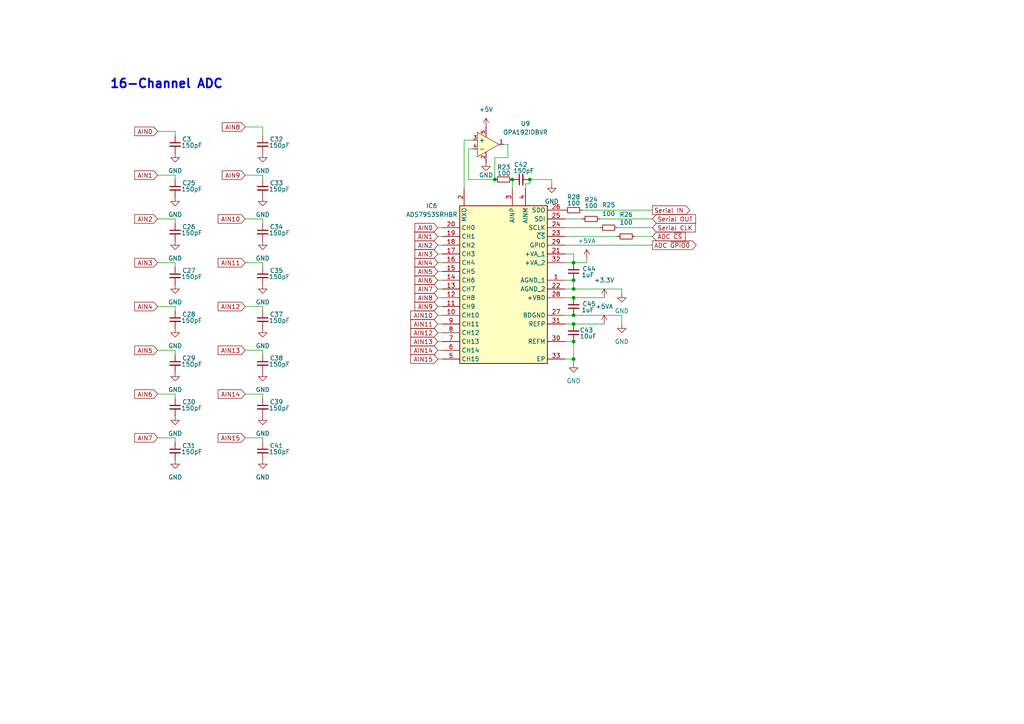
<source format=kicad_sch>
(kicad_sch (version 20250114) (generator "eeschema") (generator_version "9.0")
  (paper "A4")
  (lib_symbols
    (symbol "Device:C_Small" (pin_numbers (hide yes)) (pin_names (offset 0.254) (hide yes))
      (property "Reference" "C" (at 0.254 1.778 0))
      (property "Value" "C_Small" (at 0.254 -2.032 0))
      (symbol "C_Small_0_1"
        (polyline (pts (xy -1.524 0.508) (xy 1.524 0.508)) (stroke (width 0.3048)))
        (polyline (pts (xy -1.524 -0.508) (xy 1.524 -0.508)) (stroke (width 0.3302)))
      )
      (symbol "C_Small_1_1"
        (pin passive line (at 0 2.54 270) (length 2.032) (name "~") (number "1"))
        (pin passive line (at 0 -2.54 90) (length 2.032) (name "~") (number "2"))
      )
    )
    (symbol "Device:R_Small" (pin_numbers (hide yes)) (pin_names (offset 0.254) (hide yes))
      (property "Reference" "R" (at 0.762 0.508 0))
      (property "Value" "R_Small" (at 0.762 -1.016 0))
      (symbol "R_Small_0_1"
        (rectangle (start -0.762 1.778) (end 0.762 -1.778) (stroke (width 0.2032)))
      )
      (symbol "R_Small_1_1"
        (pin passive line (at 0 2.54 270) (length 0.762) (name "~") (number "1"))
        (pin passive line (at 0 -2.54 90) (length 0.762) (name "~") (number "2"))
      )
    )
    (symbol "SDM_ADC:ADS7953SRHBR"
      (property "Reference" "IC" (at 31.75 17.78 0))
      (property "Value" "ADS7953SRHBR" (at 31.75 15.24 0))
      (symbol "ADS7953SRHBR_1_1"
        (rectangle (start 5.08 12.7) (end 30.48 -33.02) (stroke (width 0.254)) (fill (type background)))
        (pin passive line (at 0 6.35 0) (length 5.08) (name "CH0") (number "20"))
        (pin passive line (at 0 3.81 0) (length 5.08) (name "CH1") (number "19"))
        (pin passive line (at 0 1.27 0) (length 5.08) (name "CH2") (number "18"))
        (pin passive line (at 0 -1.27 0) (length 5.08) (name "CH3") (number "17"))
        (pin passive line (at 0 -3.81 0) (length 5.08) (name "CH4") (number "16"))
        (pin passive line (at 0 -6.35 0) (length 5.08) (name "CH5") (number "15"))
        (pin passive line (at 0 -8.89 0) (length 5.08) (name "CH6") (number "14"))
        (pin passive line (at 0 -11.43 0) (length 5.08) (name "CH7") (number "13"))
        (pin passive line (at 0 -13.97 0) (length 5.08) (name "CH8") (number "12"))
        (pin passive line (at 0 -16.51 0) (length 5.08) (name "CH9") (number "11"))
        (pin passive line (at 0 -19.05 0) (length 5.08) (name "CH10") (number "10"))
        (pin passive line (at 0 -21.59 0) (length 5.08) (name "CH11") (number "9"))
        (pin passive line (at 0 -24.13 0) (length 5.08) (name "CH12") (number "8"))
        (pin passive line (at 0 -26.67 0) (length 5.08) (name "CH13") (number "7"))
        (pin passive line (at 0 -29.21 0) (length 5.08) (name "CH14") (number "6"))
        (pin passive line (at 0 -31.75 0) (length 5.08) (name "CH15") (number "5"))
        (pin passive line (at 6.35 17.78 270) (length 5.08) (name "MXO") (number "2"))
        (pin passive line (at 20.32 17.78 270) (length 5.08) (name "AINP") (number "3"))
        (pin passive line (at 24.13 17.78 270) (length 5.08) (name "AINM") (number "4"))
        (pin passive line (at 35.56 11.43 180) (length 5.08) (name "SDO") (number "26"))
        (pin passive line (at 35.56 8.89 180) (length 5.08) (name "SDI") (number "25"))
        (pin passive line (at 35.56 6.35 180) (length 5.08) (name "SCLK") (number "24"))
        (pin passive line (at 35.56 3.81 180) (length 5.08) (name "~{CS}") (number "23"))
        (pin passive line (at 35.56 1.27 180) (length 5.08) (name "GPIO") (number "29"))
        (pin passive line (at 35.56 -1.27 180) (length 5.08) (name "+VA_1") (number "21"))
        (pin passive line (at 35.56 -3.81 180) (length 5.08) (name "+VA_2") (number "32"))
        (pin passive line (at 35.56 -8.89 180) (length 5.08) (name "AGND_1") (number "1"))
        (pin passive line (at 35.56 -11.43 180) (length 5.08) (name "AGND_2") (number "22"))
        (pin passive line (at 35.56 -13.97 180) (length 5.08) (name "+VBD") (number "28"))
        (pin passive line (at 35.56 -19.05 180) (length 5.08) (name "BDGND") (number "27"))
        (pin passive line (at 35.56 -21.59 180) (length 5.08) (name "REFP") (number "31"))
        (pin passive line (at 35.56 -26.67 180) (length 5.08) (name "REFM") (number "30"))
        (pin passive line (at 35.56 -31.75 180) (length 5.08) (name "EP") (number "33"))
      )
    )
    (symbol "SDM_ADC:OPA192IDBVR"
      (property "Reference" "U" (at 21.59 7.62 0))
      (property "Value" "OPA192IDBVR" (at 21.59 5.08 0))
      (symbol "OPA192IDBVR_1_1"
        (polyline (pts (xy 6.35 -1.27) (xy 0 2.286) (xy 0 -4.826) (xy 6.35 -1.27)) (fill (type background)))
        (pin input line (at -1.27 0 0) (length 1.27) (name "+") (number "3"))
        (pin input line (at -1.27 -2.54 0) (length 1.27) (name "-") (number "4"))
        (pin power_in line (at 2.54 3.81 270) (length 2.921) (name "") (number "5"))
        (pin power_in line (at 2.54 -6.35 90) (length 2.921) (name "") (number "2"))
        (pin output line (at 7.62 -1.27 180) (length 1.27) (name "") (number "1"))
      )
    )
    (symbol "power:+5V" (power) (pin_numbers (hide yes)) (pin_names (offset 0) (hide yes))
      (property "Value" "+5V" (at 0 3.556 0))
      (symbol "+5V_0_1"
        (polyline (pts (xy -0.762 1.27) (xy 0 2.54)))
        (polyline (pts (xy 0 2.54) (xy 0.762 1.27)))
        (polyline (pts (xy 0 0) (xy 0 2.54)))
      )
      (symbol "+5V_1_1"
        (pin power_in line (at 0 0 90) (length 0) (name "~") (number "1"))
      )
    )
    (symbol "power:+5VA" (power) (pin_numbers (hide yes)) (pin_names (offset 0) (hide yes))
      (property "Value" "+5VA" (at 0 3.556 0))
      (symbol "+5VA_0_1"
        (polyline (pts (xy -0.762 1.27) (xy 0 2.54)))
        (polyline (pts (xy 0 2.54) (xy 0.762 1.27)))
        (polyline (pts (xy 0 0) (xy 0 2.54)))
      )
      (symbol "+5VA_1_1"
        (pin power_in line (at 0 0 90) (length 0) (name "~") (number "1"))
      )
    )
    (symbol "power:GND" (power) (pin_numbers (hide yes)) (pin_names (offset 0) (hide yes))
      (property "Value" "GND" (at 0 -3.81 0))
      (symbol "GND_0_1"
        (polyline (pts (xy 0 0) (xy 0 -1.27) (xy 1.27 -1.27) (xy 0 -2.54) (xy -1.27 -1.27) (xy 0 -1.27)))
      )
      (symbol "GND_1_1"
        (pin power_in line (at 0 0 270) (length 0) (name "~") (number "1"))
      )
    )
  )
  (text "16-Channel ADC" (at 31.75 25.908 0) (effects (font (size 2.54 2.54) (thickness 0.512) (bold yes)) (justify left bottom)))
  (junction (at 143.51 52.07))
  (junction (at 166.37 81.28))
  (junction (at 166.37 83.82))
  (junction (at 148.59 52.07))
  (junction (at 166.37 99.06))
  (junction (at 166.37 93.98))
  (junction (at 166.37 104.14))
  (junction (at 166.37 91.44))
  (junction (at 166.37 76.2))
  (junction (at 153.67 52.07))
  (junction (at 166.37 86.36))
  (wire (pts (xy 76.2 88.9) (xy 71.12 88.9)))
  (wire (pts (xy 135.89 43.18) (xy 135.89 52.07)))
  (wire (pts (xy 127 81.28) (xy 128.27 81.28)))
  (wire (pts (xy 50.8 38.1) (xy 50.8 39.37)))
  (wire (pts (xy 163.83 99.06) (xy 166.37 99.06)))
  (wire (pts (xy 127 91.44) (xy 128.27 91.44)))
  (wire (pts (xy 160.02 53.34) (xy 160.02 52.07)))
  (wire (pts (xy 76.2 36.83) (xy 76.2 39.37)))
  (wire (pts (xy 135.89 52.07) (xy 143.51 52.07)))
  (wire (pts (xy 168.91 60.96) (xy 189.23 60.96)))
  (wire (pts (xy 76.2 114.3) (xy 71.12 114.3)))
  (wire (pts (xy 137.16 43.18) (xy 135.89 43.18)))
  (wire (pts (xy 163.83 91.44) (xy 166.37 91.44)))
  (wire (pts (xy 50.8 50.8) (xy 45.72 50.8)))
  (wire (pts (xy 153.67 53.34) (xy 153.67 52.07)))
  (wire (pts (xy 50.8 63.5) (xy 50.8 64.77)))
  (wire (pts (xy 153.67 52.07) (xy 160.02 52.07)))
  (wire (pts (xy 184.15 68.58) (xy 189.23 68.58)))
  (wire (pts (xy 166.37 73.66) (xy 166.37 76.2)))
  (wire (pts (xy 127 104.14) (xy 128.27 104.14)))
  (wire (pts (xy 127 99.06) (xy 128.27 99.06)))
  (wire (pts (xy 166.37 105.41) (xy 166.37 104.14)))
  (wire (pts (xy 76.2 63.5) (xy 71.12 63.5)))
  (wire (pts (xy 76.2 127) (xy 76.2 128.27)))
  (wire (pts (xy 76.2 114.3) (xy 76.2 115.57)))
  (wire (pts (xy 166.37 81.28) (xy 163.83 81.28)))
  (wire (pts (xy 180.34 93.98) (xy 180.34 91.44)))
  (wire (pts (xy 127 83.82) (xy 128.27 83.82)))
  (wire (pts (xy 76.2 76.2) (xy 71.12 76.2)))
  (wire (pts (xy 76.2 127) (xy 71.12 127)))
  (wire (pts (xy 166.37 83.82) (xy 163.83 83.82)))
  (wire (pts (xy 127 73.66) (xy 128.27 73.66)))
  (wire (pts (xy 166.37 93.98) (xy 163.83 93.98)))
  (wire (pts (xy 76.2 101.6) (xy 76.2 102.87)))
  (wire (pts (xy 166.37 73.66) (xy 163.83 73.66)))
  (wire (pts (xy 143.51 45.72) (xy 147.32 45.72)))
  (wire (pts (xy 76.2 50.8) (xy 71.12 50.8)))
  (wire (pts (xy 134.62 54.61) (xy 134.62 40.64)))
  (wire (pts (xy 76.2 88.9) (xy 76.2 90.17)))
  (wire (pts (xy 50.8 38.1) (xy 45.72 38.1)))
  (wire (pts (xy 163.83 63.5) (xy 168.91 63.5)))
  (wire (pts (xy 147.32 45.72) (xy 147.32 41.91)))
  (wire (pts (xy 50.8 101.6) (xy 50.8 102.87)))
  (wire (pts (xy 166.37 86.36) (xy 175.26 86.36)))
  (wire (pts (xy 50.8 101.6) (xy 45.72 101.6)))
  (wire (pts (xy 127 96.52) (xy 128.27 96.52)))
  (wire (pts (xy 152.4 53.34) (xy 153.67 53.34)))
  (wire (pts (xy 166.37 83.82) (xy 180.34 83.82)))
  (wire (pts (xy 134.62 40.64) (xy 137.16 40.64)))
  (wire (pts (xy 127 101.6) (xy 128.27 101.6)))
  (wire (pts (xy 50.8 76.2) (xy 45.72 76.2)))
  (wire (pts (xy 166.37 99.06) (xy 166.37 104.14)))
  (wire (pts (xy 76.2 36.83) (xy 71.12 36.83)))
  (wire (pts (xy 50.8 63.5) (xy 45.72 63.5)))
  (wire (pts (xy 50.8 50.8) (xy 50.8 52.07)))
  (wire (pts (xy 50.8 127) (xy 45.72 127)))
  (wire (pts (xy 50.8 114.3) (xy 45.72 114.3)))
  (wire (pts (xy 76.2 63.5) (xy 76.2 64.77)))
  (wire (pts (xy 163.83 104.14) (xy 166.37 104.14)))
  (wire (pts (xy 127 93.98) (xy 128.27 93.98)))
  (wire (pts (xy 166.37 76.2) (xy 163.83 76.2)))
  (wire (pts (xy 166.37 93.98) (xy 175.26 93.98)))
  (wire (pts (xy 50.8 88.9) (xy 45.72 88.9)))
  (wire (pts (xy 163.83 66.04) (xy 173.99 66.04)))
  (wire (pts (xy 127 68.58) (xy 128.27 68.58)))
  (wire (pts (xy 180.34 85.09) (xy 180.34 83.82)))
  (wire (pts (xy 127 71.12) (xy 128.27 71.12)))
  (wire (pts (xy 127 88.9) (xy 128.27 88.9)))
  (wire (pts (xy 170.18 74.93) (xy 170.18 76.2)))
  (wire (pts (xy 50.8 88.9) (xy 50.8 90.17)))
  (wire (pts (xy 127 78.74) (xy 128.27 78.74)))
  (wire (pts (xy 166.37 86.36) (xy 163.83 86.36)))
  (wire (pts (xy 127 66.04) (xy 128.27 66.04)))
  (wire (pts (xy 152.4 53.34) (xy 152.4 54.61)))
  (wire (pts (xy 76.2 76.2) (xy 76.2 77.47)))
  (wire (pts (xy 143.51 52.07) (xy 143.51 45.72)))
  (wire (pts (xy 163.83 68.58) (xy 179.07 68.58)))
  (wire (pts (xy 50.8 76.2) (xy 50.8 77.47)))
  (wire (pts (xy 50.8 114.3) (xy 50.8 115.57)))
  (wire (pts (xy 50.8 127) (xy 50.8 128.27)))
  (wire (pts (xy 127 76.2) (xy 128.27 76.2)))
  (wire (pts (xy 147.32 41.91) (xy 146.05 41.91)))
  (wire (pts (xy 76.2 101.6) (xy 71.12 101.6)))
  (wire (pts (xy 170.18 76.2) (xy 166.37 76.2)))
  (wire (pts (xy 148.59 52.07) (xy 148.59 54.61)))
  (wire (pts (xy 166.37 91.44) (xy 180.34 91.44)))
  (wire (pts (xy 163.83 71.12) (xy 189.23 71.12)))
  (wire (pts (xy 76.2 50.8) (xy 76.2 52.07)))
  (wire (pts (xy 179.07 66.04) (xy 189.23 66.04)))
  (wire (pts (xy 166.37 81.28) (xy 166.37 83.82)))
  (wire (pts (xy 127 86.36) (xy 128.27 86.36)))
  (wire (pts (xy 173.99 63.5) (xy 189.23 63.5)))
  (global_label "Serial OUT" (shape input) (at 189.23 63.5 0) (property "Intersheetrefs" "${INTERSHEET_REFS}" (effects (hide yes))))
  (global_label "AIN6" (shape input) (at 127 81.28 180) (property "Intersheetrefs" "${INTERSHEET_REFS}" (effects (hide yes))))
  (global_label "AIN6" (shape input) (at 45.72 114.3 180) (property "Intersheetrefs" "${INTERSHEET_REFS}" (effects (hide yes))))
  (global_label "AIN3" (shape input) (at 45.72 76.2 180) (property "Intersheetrefs" "${INTERSHEET_REFS}" (effects (hide yes))))
  (global_label "AIN14" (shape input) (at 71.12 114.3 180) (property "Intersheetrefs" "${INTERSHEET_REFS}" (effects (hide yes))))
  (global_label "AIN5" (shape input) (at 127 78.74 180) (property "Intersheetrefs" "${INTERSHEET_REFS}" (effects (hide yes))))
  (global_label "AIN5" (shape input) (at 45.72 101.6 180) (property "Intersheetrefs" "${INTERSHEET_REFS}" (effects (hide yes))))
  (global_label "ADC ~{GPIO0}" (shape output) (at 189.23 71.12 0) (property "Intersheetrefs" "${INTERSHEET_REFS}" (effects (hide yes))))
  (global_label "AIN4" (shape input) (at 127 76.2 180) (property "Intersheetrefs" "${INTERSHEET_REFS}" (effects (hide yes))))
  (global_label "AIN8" (shape input) (at 71.12 36.83 180) (property "Intersheetrefs" "${INTERSHEET_REFS}" (effects (hide yes))))
  (global_label "AIN14" (shape input) (at 127 101.6 180) (property "Intersheetrefs" "${INTERSHEET_REFS}" (effects (hide yes))))
  (global_label "AIN2" (shape input) (at 127 71.12 180) (property "Intersheetrefs" "${INTERSHEET_REFS}" (effects (hide yes))))
  (global_label "AIN15" (shape input) (at 127 104.14 180) (property "Intersheetrefs" "${INTERSHEET_REFS}" (effects (hide yes))))
  (global_label "AIN12" (shape input) (at 71.12 88.9 180) (property "Intersheetrefs" "${INTERSHEET_REFS}" (effects (hide yes))))
  (global_label "AIN11" (shape input) (at 127 93.98 180) (property "Intersheetrefs" "${INTERSHEET_REFS}" (effects (hide yes))))
  (global_label "AIN12" (shape input) (at 127 96.52 180) (property "Intersheetrefs" "${INTERSHEET_REFS}" (effects (hide yes))))
  (global_label "AIN15" (shape input) (at 71.12 127 180) (property "Intersheetrefs" "${INTERSHEET_REFS}" (effects (hide yes))))
  (global_label "AIN7" (shape input) (at 45.72 127 180) (property "Intersheetrefs" "${INTERSHEET_REFS}" (effects (hide yes))))
  (global_label "AIN8" (shape input) (at 127 86.36 180) (property "Intersheetrefs" "${INTERSHEET_REFS}" (effects (hide yes))))
  (global_label "AIN7" (shape input) (at 127 83.82 180) (property "Intersheetrefs" "${INTERSHEET_REFS}" (effects (hide yes))))
  (global_label "AIN0" (shape input) (at 127 66.04 180) (property "Intersheetrefs" "${INTERSHEET_REFS}" (effects (hide yes))))
  (global_label "ADC ~{CS}" (shape input) (at 189.23 68.58 0) (property "Intersheetrefs" "${INTERSHEET_REFS}" (effects (hide yes))))
  (global_label "AIN4" (shape input) (at 45.72 88.9 180) (property "Intersheetrefs" "${INTERSHEET_REFS}" (effects (hide yes))))
  (global_label "AIN9" (shape input) (at 71.12 50.8 180) (property "Intersheetrefs" "${INTERSHEET_REFS}" (effects (hide yes))))
  (global_label "AIN0" (shape input) (at 45.72 38.1 180) (property "Intersheetrefs" "${INTERSHEET_REFS}" (effects (hide yes))))
  (global_label "AIN3" (shape input) (at 127 73.66 180) (property "Intersheetrefs" "${INTERSHEET_REFS}" (effects (hide yes))))
  (global_label "AIN11" (shape input) (at 71.12 76.2 180) (property "Intersheetrefs" "${INTERSHEET_REFS}" (effects (hide yes))))
  (global_label "AIN13" (shape input) (at 127 99.06 180) (property "Intersheetrefs" "${INTERSHEET_REFS}" (effects (hide yes))))
  (global_label "AIN10" (shape input) (at 127 91.44 180) (property "Intersheetrefs" "${INTERSHEET_REFS}" (effects (hide yes))))
  (global_label "AIN10" (shape input) (at 71.12 63.5 180) (property "Intersheetrefs" "${INTERSHEET_REFS}" (effects (hide yes))))
  (global_label "AIN1" (shape input) (at 45.72 50.8 180) (property "Intersheetrefs" "${INTERSHEET_REFS}" (effects (hide yes))))
  (global_label "AIN13" (shape input) (at 71.12 101.6 180) (property "Intersheetrefs" "${INTERSHEET_REFS}" (effects (hide yes))))
  (global_label "AIN2" (shape input) (at 45.72 63.5 180) (property "Intersheetrefs" "${INTERSHEET_REFS}" (effects (hide yes))))
  (global_label "Serial CLK" (shape input) (at 189.23 66.04 0) (property "Intersheetrefs" "${INTERSHEET_REFS}" (effects (hide yes))))
  (global_label "AIN9" (shape input) (at 127 88.9 180) (property "Intersheetrefs" "${INTERSHEET_REFS}" (effects (hide yes))))
  (global_label "AIN1" (shape input) (at 127 68.58 180) (property "Intersheetrefs" "${INTERSHEET_REFS}" (effects (hide yes))))
  (global_label "Serial IN" (shape output) (at 189.23 60.96 0) (property "Intersheetrefs" "${INTERSHEET_REFS}" (effects (hide yes))))
  (symbol (lib_id "power:GND") (at 50.8 57.15 0) (unit 1)
    (property "Reference" "#PWR038" (effects (hide yes)))
    (property "Value" "GND" (at 50.8 62.23 0))
    (property "Description" "Power symbol creates a global label with name \"GND\" , ground" (effects (hide yes)))
  )
  (symbol (lib_id "power:GND") (at 50.8 95.25 0) (unit 1)
    (property "Reference" "#PWR042" (effects (hide yes)))
    (property "Value" "GND" (at 50.8 100.33 0))
    (property "Description" "Power symbol creates a global label with name \"GND\" , ground" (effects (hide yes)))
  )
  (symbol (lib_id "Device:R_Small") (at 181.61 68.58 270) (unit 1)
    (property "Reference" "R26" (at 181.61 62.23 90))
    (property "Value" "100" (at 181.61 64.516 90))
    (property "Footprint" "Resistor_SMD:R_0603_1608Metric" (effects (hide yes)))
  )
  (symbol (lib_id "power:GND") (at 50.8 82.55 0) (unit 1)
    (property "Reference" "#PWR041" (effects (hide yes)))
    (property "Value" "GND" (at 50.8 87.63 0))
    (property "Description" "Power symbol creates a global label with name \"GND\" , ground" (effects (hide yes)))
  )
  (symbol (lib_id "power:GND") (at 76.2 82.55 0) (unit 1)
    (property "Reference" "#PWR055" (effects (hide yes)))
    (property "Value" "GND" (at 76.2 87.63 0))
    (property "Description" "Power symbol creates a global label with name \"GND\" , ground" (effects (hide yes)))
  )
  (symbol (lib_id "Device:C_Small") (at 166.37 78.74 180) (unit 1)
    (property "Reference" "C44" (at 168.91 77.978 0) (effects (justify right)))
    (property "Value" "1uF" (at 168.656 79.756 0) (effects (justify right)))
    (property "Footprint" "Capacitor_SMD:C_0603_1608Metric" (effects (hide yes)))
  )
  (symbol (lib_id "Device:C_Small") (at 76.2 118.11 0) (unit 1)
    (property "Reference" "C39" (at 78.232 116.586 0) (effects (justify left)))
    (property "Value" "150pF" (at 77.978 118.364 0) (effects (justify left)))
    (property "Footprint" "Capacitor_SMD:C_0603_1608Metric" (effects (hide yes)))
  )
  (symbol (lib_id "power:GND") (at 160.02 53.34 0) (unit 1)
    (property "Reference" "#PWR065" (effects (hide yes)))
    (property "Value" "GND" (at 160.02 58.42 0))
    (property "Description" "Power symbol creates a global label with name \"GND\" , ground" (effects (hide yes)))
  )
  (symbol (lib_id "power:GND") (at 76.2 95.25 0) (unit 1)
    (property "Reference" "#PWR056" (effects (hide yes)))
    (property "Value" "GND" (at 76.2 100.33 0))
    (property "Description" "Power symbol creates a global label with name \"GND\" , ground" (effects (hide yes)))
  )
  (symbol (lib_id "Device:C_Small") (at 166.37 96.52 180) (unit 1)
    (property "Reference" "C43" (at 168.148 95.758 0) (effects (justify right)))
    (property "Value" "10uF" (at 168.148 97.536 0) (effects (justify right)))
    (property "Footprint" "Capacitor_SMD:C_0603_1608Metric" (effects (hide yes)))
  )
  (symbol (lib_id "power:+5VA") (at 175.26 93.98 0) (unit 1)
    (property "Reference" "#PWR078" (effects (hide yes)))
    (property "Value" "+5VA" (at 175.26 88.9 0))
    (property "Description" "Power symbol creates a global label with name \"+5VA\"" (effects (hide yes)))
  )
  (symbol (lib_id "Device:R_Small") (at 176.53 66.04 270) (unit 1)
    (property "Reference" "R25" (at 176.53 59.436 90))
    (property "Value" "100" (at 176.53 61.976 90))
    (property "Footprint" "Resistor_SMD:R_0603_1608Metric" (effects (hide yes)))
  )
  (symbol (lib_id "Device:C_Small") (at 76.2 67.31 0) (unit 1)
    (property "Reference" "C34" (at 78.232 65.786 0) (effects (justify left)))
    (property "Value" "150pF" (at 77.978 67.564 0) (effects (justify left)))
    (property "Footprint" "Capacitor_SMD:C_0603_1608Metric" (effects (hide yes)))
  )
  (symbol (lib_id "Device:C_Small") (at 76.2 92.71 0) (unit 1)
    (property "Reference" "C37" (at 78.232 91.186 0) (effects (justify left)))
    (property "Value" "150pF" (at 77.978 92.964 0) (effects (justify left)))
    (property "Footprint" "Capacitor_SMD:C_0603_1608Metric" (effects (hide yes)))
  )
  (symbol (lib_id "Device:R_Small") (at 171.45 63.5 270) (unit 1)
    (property "Reference" "R24" (at 171.45 57.912 90))
    (property "Value" "100" (at 171.45 59.69 90))
    (property "Footprint" "Resistor_SMD:R_0603_1608Metric" (effects (hide yes)))
  )
  (symbol (lib_id "Device:C_Small") (at 76.2 54.61 0) (unit 1)
    (property "Reference" "C33" (at 78.232 53.086 0) (effects (justify left)))
    (property "Value" "150pF" (at 77.978 54.864 0) (effects (justify left)))
    (property "Footprint" "Capacitor_SMD:C_0603_1608Metric" (effects (hide yes)))
  )
  (symbol (lib_id "power:GND") (at 76.2 107.95 0) (unit 1)
    (property "Reference" "#PWR058" (effects (hide yes)))
    (property "Value" "GND" (at 76.2 113.03 0))
    (property "Description" "Power symbol creates a global label with name \"GND\" , ground" (effects (hide yes)))
  )
  (symbol (lib_id "Device:C_Small") (at 166.37 88.9 180) (unit 1)
    (property "Reference" "C45" (at 168.91 88.138 0) (effects (justify right)))
    (property "Value" "1uF" (at 168.656 89.916 0) (effects (justify right)))
    (property "Footprint" "Capacitor_SMD:C_0603_1608Metric" (effects (hide yes)))
  )
  (symbol (lib_id "power:GND") (at 50.8 120.65 0) (unit 1)
    (property "Reference" "#PWR047" (effects (hide yes)))
    (property "Value" "GND" (at 50.8 125.73 0))
    (property "Description" "Power symbol creates a global label with name \"GND\" , ground" (effects (hide yes)))
  )
  (symbol (lib_id "Device:R_Small") (at 166.37 60.96 90) (mirror x) (unit 1)
    (property "Reference" "R28" (at 166.37 57.15 90))
    (property "Value" "100" (at 166.37 58.928 90))
    (property "Footprint" "Resistor_SMD:R_0603_1608Metric" (effects (hide yes)))
  )
  (symbol (lib_id "power:GND") (at 140.97 46.99 0) (unit 1)
    (property "Reference" "#PWR064" (effects (hide yes)))
    (property "Value" "GND" (at 140.97 50.8 0))
    (property "Description" "Power symbol creates a global label with name \"GND\" , ground" (effects (hide yes)))
  )
  (symbol (lib_id "Device:C_Small") (at 76.2 80.01 0) (unit 1)
    (property "Reference" "C35" (at 78.232 78.486 0) (effects (justify left)))
    (property "Value" "150pF" (at 77.978 80.264 0) (effects (justify left)))
    (property "Footprint" "Capacitor_SMD:C_0603_1608Metric" (effects (hide yes)))
  )
  (symbol (lib_id "SDM_ADC:ADS7953SRHBR") (at 128.27 72.39 0) (unit 1)
    (property "Reference" "IC6" (at 125.222 59.69 0))
    (property "Value" "ADS7953SRHBR" (at 125.222 62.23 0))
    (property "Footprint" "SDM_MiscFootprint:QFN50P500X500X100-33L-D" (effects (hide yes)))
    (property "Datasheet" "https://datasheet.datasheetarchive.com/originals/distributors/SFDatasheet-6/sf-000129907.pdf" (effects (hide yes)))
    (property "Description" "12/10/8-Bit, 1 MSPS, 16/12/8/4-Channel, Single-Ended, MicroPower, Serial Interface ADCs" (effects (hide yes)))
    (property "Height" "1" (effects (hide yes)))
    (property "Mouser Part Number" "595-ADS7953SRHBR" (effects (hide yes)))
    (property "Mouser Price/Stock" "https://www.mouser.co.uk/ProductDetail/Texas-Instruments/ADS7953SRHBR?qs=DS7Z8uEdLNwIsBbISMjlTQ%3D%3D" (effects (hide yes)))
    (property "Manufacturer_Name" "Texas Instruments" (effects (hide yes)))
    (property "Manufacturer_Part_Number" "ADS7953SRHBR" (effects (hide yes)))
  )
  (symbol (lib_id "Device:C_Small") (at 50.8 130.81 0) (unit 1)
    (property "Reference" "C31" (at 52.832 129.286 0) (effects (justify left)))
    (property "Value" "150pF" (at 52.578 131.064 0) (effects (justify left)))
    (property "Footprint" "Capacitor_SMD:C_0603_1608Metric" (effects (hide yes)))
  )
  (symbol (lib_id "Device:C_Small") (at 50.8 92.71 0) (unit 1)
    (property "Reference" "C28" (at 52.832 91.186 0) (effects (justify left)))
    (property "Value" "150pF" (at 52.578 92.964 0) (effects (justify left)))
    (property "Footprint" "Capacitor_SMD:C_0603_1608Metric" (effects (hide yes)))
  )
  (symbol (lib_id "power:GND") (at 76.2 120.65 0) (unit 1)
    (property "Reference" "#PWR059" (effects (hide yes)))
    (property "Value" "GND" (at 76.2 125.73 0))
    (property "Description" "Power symbol creates a global label with name \"GND\" , ground" (effects (hide yes)))
  )
  (symbol (lib_id "Device:C_Small") (at 76.2 41.91 0) (unit 1)
    (property "Reference" "C32" (at 78.232 40.386 0) (effects (justify left)))
    (property "Value" "150pF" (at 77.978 42.164 0) (effects (justify left)))
    (property "Footprint" "Capacitor_SMD:C_0603_1608Metric" (effects (hide yes)))
  )
  (symbol (lib_id "Device:C_Small") (at 50.8 54.61 0) (unit 1)
    (property "Reference" "C25" (at 52.832 53.086 0) (effects (justify left)))
    (property "Value" "150pF" (at 52.578 54.864 0) (effects (justify left)))
    (property "Footprint" "Capacitor_SMD:C_0603_1608Metric" (effects (hide yes)))
  )
  (symbol (lib_id "Device:C_Small") (at 50.8 67.31 0) (unit 1)
    (property "Reference" "C26" (at 52.832 65.786 0) (effects (justify left)))
    (property "Value" "150pF" (at 52.578 67.564 0) (effects (justify left)))
    (property "Footprint" "Capacitor_SMD:C_0603_1608Metric" (effects (hide yes)))
  )
  (symbol (lib_id "power:GND") (at 50.8 44.45 0) (unit 1)
    (property "Reference" "#PWR024" (effects (hide yes)))
    (property "Value" "GND" (at 50.8 49.53 0))
    (property "Description" "Power symbol creates a global label with name \"GND\" , ground" (effects (hide yes)))
  )
  (symbol (lib_id "SDM_ADC:OPA192IDBVR") (at 138.43 40.64 0) (unit 1)
    (property "Reference" "U9" (at 152.4 35.8392 0))
    (property "Value" "OPA192IDBVR" (at 152.4 38.3792 0))
    (property "Footprint" "SOT95P280X145-5L" (effects (hide yes)))
    (property "Datasheet" "http://www.ti.com/lit/ds/symlink/opa192.pdf" (effects (hide yes)))
    (property "Description" "High-Voltage, Rail-to-Rail Input/Output, 5V, 0.2V/C, Precision Operational Amplifier" (effects (hide yes)))
    (property "Height" "1.45" (effects (hide yes)))
    (property "Mouser Part Number" "595-OPA192IDBVR" (effects (hide yes)))
    (property "Mouser Price/Stock" "https://www.mouser.co.uk/ProductDetail/Texas-Instruments/OPA192IDBVR?qs=%2Fd%252BFzHvH4c34BCmMYKVNwA%3D%3D" (effects (hide yes)))
    (property "Manufacturer_Name" "Texas Instruments" (effects (hide yes)))
    (property "Manufacturer_Part_Number" "OPA192IDBVR" (effects (hide yes)))
  )
  (symbol (lib_id "power:GND") (at 50.8 107.95 0) (unit 1)
    (property "Reference" "#PWR046" (effects (hide yes)))
    (property "Value" "GND" (at 50.8 113.03 0))
    (property "Description" "Power symbol creates a global label with name \"GND\" , ground" (effects (hide yes)))
  )
  (symbol (lib_id "power:GND") (at 166.37 105.41 0) (unit 1)
    (property "Reference" "#PWR071" (effects (hide yes)))
    (property "Value" "GND" (at 166.37 110.49 0))
    (property "Description" "Power symbol creates a global label with name \"GND\" , ground" (effects (hide yes)))
  )
  (symbol (lib_id "power:GND") (at 76.2 69.85 0) (unit 1)
    (property "Reference" "#PWR052" (effects (hide yes)))
    (property "Value" "GND" (at 76.2 74.93 0))
    (property "Description" "Power symbol creates a global label with name \"GND\" , ground" (effects (hide yes)))
  )
  (symbol (lib_id "power:GND") (at 76.2 44.45 0) (unit 1)
    (property "Reference" "#PWR049" (effects (hide yes)))
    (property "Value" "GND" (at 76.2 49.53 0))
    (property "Description" "Power symbol creates a global label with name \"GND\" , ground" (effects (hide yes)))
  )
  (symbol (lib_id "Device:C_Small") (at 76.2 130.81 0) (unit 1)
    (property "Reference" "C41" (at 78.232 129.286 0) (effects (justify left)))
    (property "Value" "150pF" (at 77.978 131.064 0) (effects (justify left)))
    (property "Footprint" "Capacitor_SMD:C_0603_1608Metric" (effects (hide yes)))
  )
  (symbol (lib_id "Device:C_Small") (at 50.8 80.01 0) (unit 1)
    (property "Reference" "C27" (at 52.832 78.486 0) (effects (justify left)))
    (property "Value" "150pF" (at 52.578 80.264 0) (effects (justify left)))
    (property "Footprint" "Capacitor_SMD:C_0603_1608Metric" (effects (hide yes)))
  )
  (symbol (lib_id "power:+5V") (at 175.26 86.36 0) (unit 1)
    (property "Reference" "#PWR080" (effects (hide yes)))
    (property "Value" "+3.3V" (at 175.26 81.28 0))
    (property "Description" "Power symbol creates a global label with name \"+5V\"" (effects (hide yes)))
  )
  (symbol (lib_id "power:GND") (at 50.8 133.35 0) (unit 1)
    (property "Reference" "#PWR048" (effects (hide yes)))
    (property "Value" "GND" (at 50.8 138.43 0))
    (property "Description" "Power symbol creates a global label with name \"GND\" , ground" (effects (hide yes)))
  )
  (symbol (lib_id "Device:C_Small") (at 50.8 118.11 0) (unit 1)
    (property "Reference" "C30" (at 52.832 116.586 0) (effects (justify left)))
    (property "Value" "150pF" (at 52.578 118.364 0) (effects (justify left)))
    (property "Footprint" "Capacitor_SMD:C_0603_1608Metric" (effects (hide yes)))
  )
  (symbol (lib_id "power:GND") (at 180.34 93.98 0) (unit 1)
    (property "Reference" "#PWR077" (effects (hide yes)))
    (property "Value" "GND" (at 180.34 99.06 0))
    (property "Description" "Power symbol creates a global label with name \"GND\" , ground" (effects (hide yes)))
  )
  (symbol (lib_id "power:+5V") (at 140.97 36.83 0) (unit 1)
    (property "Reference" "#PWR070" (effects (hide yes)))
    (property "Value" "+5V" (at 140.97 31.75 0))
    (property "Description" "Power symbol creates a global label with name \"+5V\"" (effects (hide yes)))
  )
  (symbol (lib_id "Device:C_Small") (at 151.13 52.07 90) (unit 1)
    (property "Reference" "C42" (at 149.098 47.752 90) (effects (justify right)))
    (property "Value" "150pF" (at 148.844 49.53 90) (effects (justify right)))
    (property "Footprint" "Capacitor_SMD:C_0603_1608Metric" (effects (hide yes)))
  )
  (symbol (lib_id "Device:R_Small") (at 146.05 52.07 270) (unit 1)
    (property "Reference" "R23" (at 148.082 48.514 90) (effects (justify right)))
    (property "Value" "100" (at 148.082 50.292 90) (effects (justify right)))
    (property "Footprint" "Resistor_SMD:R_0603_1608Metric" (effects (hide yes)))
  )
  (symbol (lib_id "Device:C_Small") (at 50.8 41.91 0) (unit 1)
    (property "Reference" "C3" (at 52.832 40.386 0) (effects (justify left)))
    (property "Value" "150pF" (at 52.578 42.164 0) (effects (justify left)))
    (property "Footprint" "Capacitor_SMD:C_0603_1608Metric" (effects (hide yes)))
  )
  (symbol (lib_id "Device:C_Small") (at 76.2 105.41 0) (unit 1)
    (property "Reference" "C38" (at 78.232 103.886 0) (effects (justify left)))
    (property "Value" "150pF" (at 77.978 105.664 0) (effects (justify left)))
    (property "Footprint" "Capacitor_SMD:C_0603_1608Metric" (effects (hide yes)))
  )
  (symbol (lib_id "Device:C_Small") (at 50.8 105.41 0) (unit 1)
    (property "Reference" "C29" (at 52.832 103.886 0) (effects (justify left)))
    (property "Value" "150pF" (at 52.578 105.664 0) (effects (justify left)))
    (property "Footprint" "Capacitor_SMD:C_0603_1608Metric" (effects (hide yes)))
  )
  (symbol (lib_id "power:GND") (at 50.8 69.85 0) (unit 1)
    (property "Reference" "#PWR040" (effects (hide yes)))
    (property "Value" "GND" (at 50.8 74.93 0))
    (property "Description" "Power symbol creates a global label with name \"GND\" , ground" (effects (hide yes)))
  )
  (symbol (lib_id "power:GND") (at 180.34 85.09 0) (unit 1)
    (property "Reference" "#PWR076" (effects (hide yes)))
    (property "Value" "GND" (at 180.34 90.17 0))
    (property "Description" "Power symbol creates a global label with name \"GND\" , ground" (effects (hide yes)))
  )
  (symbol (lib_id "power:+5VA") (at 170.18 74.93 0) (unit 1)
    (property "Reference" "#PWR084" (effects (hide yes)))
    (property "Value" "+5VA" (at 170.18 69.85 0))
    (property "Description" "Power symbol creates a global label with name \"+5VA\"" (effects (hide yes)))
  )
  (symbol (lib_id "power:GND") (at 76.2 57.15 0) (unit 1)
    (property "Reference" "#PWR051" (effects (hide yes)))
    (property "Value" "GND" (at 76.2 62.23 0))
    (property "Description" "Power symbol creates a global label with name \"GND\" , ground" (effects (hide yes)))
  )
  (symbol (lib_id "power:GND") (at 76.2 133.35 0) (unit 1)
    (property "Reference" "#PWR060" (effects (hide yes)))
    (property "Value" "GND" (at 76.2 138.43 0))
    (property "Description" "Power symbol creates a global label with name \"GND\" , ground" (effects (hide yes)))
  )
)
</source>
